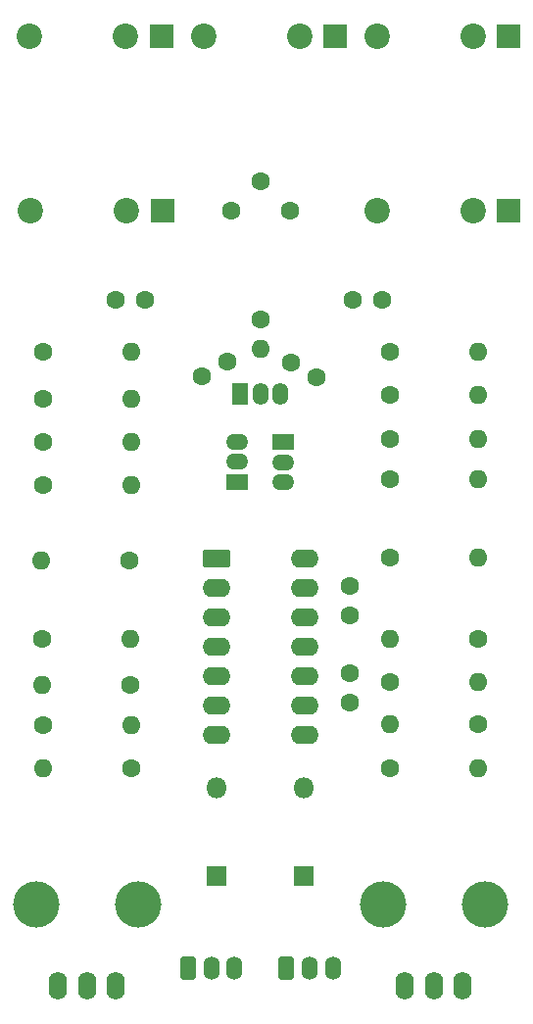
<source format=gbr>
%TF.GenerationSoftware,KiCad,Pcbnew,9.0.0*%
%TF.CreationDate,2025-07-31T22:07:32+10:00*%
%TF.ProjectId,VCO,56434f2e-6b69-4636-9164-5f7063625858,rev?*%
%TF.SameCoordinates,Original*%
%TF.FileFunction,Soldermask,Bot*%
%TF.FilePolarity,Negative*%
%FSLAX46Y46*%
G04 Gerber Fmt 4.6, Leading zero omitted, Abs format (unit mm)*
G04 Created by KiCad (PCBNEW 9.0.0) date 2025-07-31 22:07:32*
%MOMM*%
%LPD*%
G01*
G04 APERTURE LIST*
G04 Aperture macros list*
%AMRoundRect*
0 Rectangle with rounded corners*
0 $1 Rounding radius*
0 $2 $3 $4 $5 $6 $7 $8 $9 X,Y pos of 4 corners*
0 Add a 4 corners polygon primitive as box body*
4,1,4,$2,$3,$4,$5,$6,$7,$8,$9,$2,$3,0*
0 Add four circle primitives for the rounded corners*
1,1,$1+$1,$2,$3*
1,1,$1+$1,$4,$5*
1,1,$1+$1,$6,$7*
1,1,$1+$1,$8,$9*
0 Add four rect primitives between the rounded corners*
20,1,$1+$1,$2,$3,$4,$5,0*
20,1,$1+$1,$4,$5,$6,$7,0*
20,1,$1+$1,$6,$7,$8,$9,0*
20,1,$1+$1,$8,$9,$2,$3,0*%
%AMHorizOval*
0 Thick line with rounded ends*
0 $1 width*
0 $2 $3 position (X,Y) of the first rounded end (center of the circle)*
0 $4 $5 position (X,Y) of the second rounded end (center of the circle)*
0 Add line between two ends*
20,1,$1,$2,$3,$4,$5,0*
0 Add two circle primitives to create the rounded ends*
1,1,$1,$2,$3*
1,1,$1,$4,$5*%
G04 Aperture macros list end*
%ADD10C,4.000000*%
%ADD11O,1.600000X2.400000*%
%ADD12R,1.350000X1.900000*%
%ADD13O,1.350000X1.900000*%
%ADD14C,1.600000*%
%ADD15O,1.600000X1.600000*%
%ADD16R,2.000000X2.000000*%
%ADD17C,2.200000*%
%ADD18RoundRect,0.291666X-0.408334X-0.708334X0.408334X-0.708334X0.408334X0.708334X-0.408334X0.708334X0*%
%ADD19O,1.400000X2.000000*%
%ADD20HorizOval,1.600000X0.000000X0.000000X0.000000X0.000000X0*%
%ADD21RoundRect,0.250000X-0.950000X-0.550000X0.950000X-0.550000X0.950000X0.550000X-0.950000X0.550000X0*%
%ADD22O,2.400000X1.600000*%
%ADD23R,1.800000X1.800000*%
%ADD24O,1.800000X1.800000*%
%ADD25R,1.900000X1.350000*%
%ADD26O,1.900000X1.350000*%
%ADD27HorizOval,1.600000X0.000000X0.000000X0.000000X0.000000X0*%
G04 APERTURE END LIST*
D10*
%TO.C,RV3*%
X85600000Y-137500000D03*
X94400000Y-137500000D03*
D11*
X92500001Y-144500000D03*
X90000000Y-144500000D03*
X87499999Y-144500000D03*
%TD*%
D12*
%TO.C,Q1*%
X73230000Y-93360000D03*
D13*
X75000000Y-93360000D03*
X76730000Y-93360000D03*
%TD*%
D14*
%TO.C,R7*%
X56190000Y-89750000D03*
D15*
X63810000Y-89750000D03*
%TD*%
D14*
%TO.C,R5*%
X56190000Y-97500000D03*
D15*
X63810000Y-97500000D03*
%TD*%
D16*
%TO.C,J3*%
X81480000Y-62500000D03*
D17*
X78380000Y-62500000D03*
X70080000Y-62500000D03*
%TD*%
D18*
%TO.C,J6*%
X68750000Y-143000000D03*
D19*
X70750000Y-143000000D03*
X72750000Y-143000000D03*
%TD*%
D14*
%TO.C,R21*%
X86190000Y-107500000D03*
D15*
X93810000Y-107500000D03*
%TD*%
D14*
%TO.C,C3*%
X82750000Y-112500000D03*
X82750000Y-110000000D03*
%TD*%
%TO.C,R3*%
X79874997Y-91892500D03*
D20*
X77675292Y-90622500D03*
%TD*%
D16*
%TO.C,J1*%
X66480000Y-62500000D03*
D17*
X63380000Y-62500000D03*
X55080000Y-62500000D03*
%TD*%
D14*
%TO.C,R20*%
X86193333Y-89750000D03*
D15*
X93813333Y-89750000D03*
%TD*%
D14*
%TO.C,R11*%
X56190000Y-122000000D03*
D15*
X63810000Y-122000000D03*
%TD*%
D14*
%TO.C,R12*%
X86190000Y-125750000D03*
D15*
X93810000Y-125750000D03*
%TD*%
D14*
%TO.C,C1*%
X62500000Y-85250000D03*
X65000000Y-85250000D03*
%TD*%
%TO.C,R16*%
X86210000Y-93410000D03*
D15*
X93830000Y-93410000D03*
%TD*%
D14*
%TO.C,R8*%
X63710000Y-107750000D03*
D15*
X56090000Y-107750000D03*
%TD*%
D21*
%TO.C,U1*%
X71250000Y-107630000D03*
D22*
X71250000Y-110170000D03*
X71250000Y-112710000D03*
X71250000Y-115250000D03*
X71250000Y-117790000D03*
X71250000Y-120330000D03*
X71250000Y-122870000D03*
X78870000Y-122870000D03*
X78870000Y-120330000D03*
X78870000Y-117790000D03*
X78870000Y-115250000D03*
X78870000Y-112710000D03*
X78870000Y-110170000D03*
X78870000Y-107630000D03*
%TD*%
D23*
%TO.C,D1*%
X71200000Y-135010000D03*
D24*
X71200000Y-127390000D03*
%TD*%
D10*
%TO.C,RV1*%
X55600000Y-137500000D03*
X64400000Y-137500000D03*
D11*
X62500001Y-144500000D03*
X60000000Y-144500000D03*
X57499999Y-144500000D03*
%TD*%
D14*
%TO.C,R19*%
X86193333Y-118250000D03*
D15*
X93813333Y-118250000D03*
%TD*%
D14*
%TO.C,C4*%
X82750000Y-120000000D03*
X82750000Y-117500000D03*
%TD*%
%TO.C,R13*%
X93810000Y-121870000D03*
D15*
X86190000Y-121870000D03*
%TD*%
D14*
%TO.C,C2*%
X83000000Y-85250000D03*
X85500000Y-85250000D03*
%TD*%
D25*
%TO.C,T2*%
X77000000Y-97500000D03*
D26*
X77000000Y-99270000D03*
X77000000Y-101000000D03*
%TD*%
D16*
%TO.C,J4*%
X96480000Y-77500000D03*
D17*
X93380000Y-77500000D03*
X85080000Y-77500000D03*
%TD*%
D25*
%TO.C,T1*%
X73000000Y-101020000D03*
D26*
X73000000Y-99250000D03*
X73000000Y-97520000D03*
%TD*%
D23*
%TO.C,D2*%
X78750000Y-135060000D03*
D24*
X78750000Y-127440000D03*
%TD*%
D14*
%TO.C,RV2*%
X77530000Y-77505000D03*
X74990000Y-74965000D03*
X72450000Y-77505000D03*
%TD*%
%TO.C,R14*%
X86190000Y-100750000D03*
D15*
X93810000Y-100750000D03*
%TD*%
D14*
%TO.C,R4*%
X56190000Y-93750000D03*
D15*
X63810000Y-93750000D03*
%TD*%
D14*
%TO.C,R18*%
X93813333Y-114500000D03*
D15*
X86193333Y-114500000D03*
%TD*%
D14*
%TO.C,R9*%
X63800000Y-118540000D03*
D15*
X56180000Y-118540000D03*
%TD*%
D14*
%TO.C,R17*%
X63810000Y-125750000D03*
D15*
X56190000Y-125750000D03*
%TD*%
D14*
%TO.C,R2*%
X69985004Y-91842500D03*
D27*
X72184709Y-90572500D03*
%TD*%
D14*
%TO.C,R6*%
X56190000Y-101250000D03*
D15*
X63810000Y-101250000D03*
%TD*%
D14*
%TO.C,R10*%
X56150000Y-114550000D03*
D15*
X63770000Y-114550000D03*
%TD*%
D16*
%TO.C,J2*%
X66530000Y-77500000D03*
D17*
X63430000Y-77500000D03*
X55130000Y-77500000D03*
%TD*%
D14*
%TO.C,R1*%
X75000000Y-86955000D03*
D15*
X75000000Y-89495000D03*
%TD*%
D16*
%TO.C,J5*%
X96480000Y-62500000D03*
D17*
X93380000Y-62500000D03*
X85080000Y-62500000D03*
%TD*%
D14*
%TO.C,R15*%
X86193333Y-97250000D03*
D15*
X93813333Y-97250000D03*
%TD*%
D18*
%TO.C,J7*%
X77250000Y-143000000D03*
D19*
X79250000Y-143000000D03*
X81250000Y-143000000D03*
%TD*%
M02*

</source>
